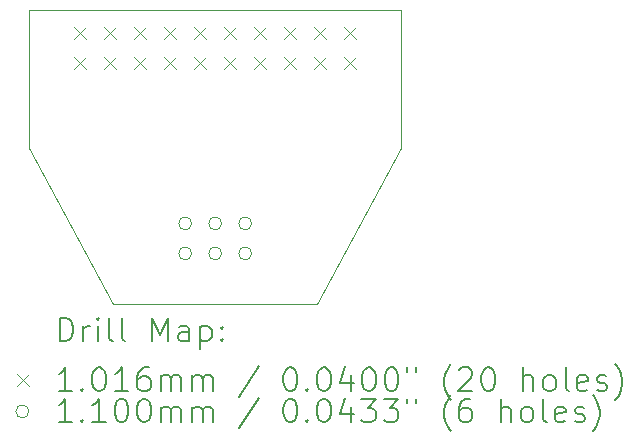
<source format=gbr>
%TF.GenerationSoftware,KiCad,Pcbnew,8.0.2-1*%
%TF.CreationDate,2024-12-21T19:47:06+01:00*%
%TF.ProjectId,ten_to_six,74656e5f-746f-45f7-9369-782e6b696361,rev?*%
%TF.SameCoordinates,Original*%
%TF.FileFunction,Drillmap*%
%TF.FilePolarity,Positive*%
%FSLAX45Y45*%
G04 Gerber Fmt 4.5, Leading zero omitted, Abs format (unit mm)*
G04 Created by KiCad (PCBNEW 8.0.2-1) date 2024-12-21 19:47:06*
%MOMM*%
%LPD*%
G01*
G04 APERTURE LIST*
%ADD10C,0.050000*%
%ADD11C,0.200000*%
%ADD12C,0.101600*%
%ADD13C,0.110000*%
G04 APERTURE END LIST*
D10*
X14097000Y-8407400D02*
X14097000Y-7239000D01*
X14097000Y-8407400D02*
X13385800Y-9728200D01*
X13385800Y-9728200D02*
X11658600Y-9728200D01*
X10947400Y-8407400D02*
X10947400Y-7239000D01*
X11658600Y-9728200D02*
X10947400Y-8407400D01*
X10947400Y-7239000D02*
X14097000Y-7239000D01*
D11*
D12*
X11328400Y-7379513D02*
X11430000Y-7481113D01*
X11430000Y-7379513D02*
X11328400Y-7481113D01*
X11328400Y-7633513D02*
X11430000Y-7735113D01*
X11430000Y-7633513D02*
X11328400Y-7735113D01*
X11582400Y-7379513D02*
X11684000Y-7481113D01*
X11684000Y-7379513D02*
X11582400Y-7481113D01*
X11582400Y-7633513D02*
X11684000Y-7735113D01*
X11684000Y-7633513D02*
X11582400Y-7735113D01*
X11836400Y-7379513D02*
X11938000Y-7481113D01*
X11938000Y-7379513D02*
X11836400Y-7481113D01*
X11836400Y-7633513D02*
X11938000Y-7735113D01*
X11938000Y-7633513D02*
X11836400Y-7735113D01*
X12090400Y-7379513D02*
X12192000Y-7481113D01*
X12192000Y-7379513D02*
X12090400Y-7481113D01*
X12090400Y-7633513D02*
X12192000Y-7735113D01*
X12192000Y-7633513D02*
X12090400Y-7735113D01*
X12344400Y-7379513D02*
X12446000Y-7481113D01*
X12446000Y-7379513D02*
X12344400Y-7481113D01*
X12344400Y-7633513D02*
X12446000Y-7735113D01*
X12446000Y-7633513D02*
X12344400Y-7735113D01*
X12598400Y-7379513D02*
X12700000Y-7481113D01*
X12700000Y-7379513D02*
X12598400Y-7481113D01*
X12598400Y-7633513D02*
X12700000Y-7735113D01*
X12700000Y-7633513D02*
X12598400Y-7735113D01*
X12852400Y-7379513D02*
X12954000Y-7481113D01*
X12954000Y-7379513D02*
X12852400Y-7481113D01*
X12852400Y-7633513D02*
X12954000Y-7735113D01*
X12954000Y-7633513D02*
X12852400Y-7735113D01*
X13106400Y-7379513D02*
X13208000Y-7481113D01*
X13208000Y-7379513D02*
X13106400Y-7481113D01*
X13106400Y-7633513D02*
X13208000Y-7735113D01*
X13208000Y-7633513D02*
X13106400Y-7735113D01*
X13360400Y-7379513D02*
X13462000Y-7481113D01*
X13462000Y-7379513D02*
X13360400Y-7481113D01*
X13360400Y-7633513D02*
X13462000Y-7735113D01*
X13462000Y-7633513D02*
X13360400Y-7735113D01*
X13614400Y-7379513D02*
X13716000Y-7481113D01*
X13716000Y-7379513D02*
X13614400Y-7481113D01*
X13614400Y-7633513D02*
X13716000Y-7735113D01*
X13716000Y-7633513D02*
X13614400Y-7735113D01*
D13*
X12323200Y-9042400D02*
G75*
G02*
X12213200Y-9042400I-55000J0D01*
G01*
X12213200Y-9042400D02*
G75*
G02*
X12323200Y-9042400I55000J0D01*
G01*
X12323200Y-9296400D02*
G75*
G02*
X12213200Y-9296400I-55000J0D01*
G01*
X12213200Y-9296400D02*
G75*
G02*
X12323200Y-9296400I55000J0D01*
G01*
X12577200Y-9042400D02*
G75*
G02*
X12467200Y-9042400I-55000J0D01*
G01*
X12467200Y-9042400D02*
G75*
G02*
X12577200Y-9042400I55000J0D01*
G01*
X12577200Y-9296400D02*
G75*
G02*
X12467200Y-9296400I-55000J0D01*
G01*
X12467200Y-9296400D02*
G75*
G02*
X12577200Y-9296400I55000J0D01*
G01*
X12831200Y-9042400D02*
G75*
G02*
X12721200Y-9042400I-55000J0D01*
G01*
X12721200Y-9042400D02*
G75*
G02*
X12831200Y-9042400I55000J0D01*
G01*
X12831200Y-9296400D02*
G75*
G02*
X12721200Y-9296400I-55000J0D01*
G01*
X12721200Y-9296400D02*
G75*
G02*
X12831200Y-9296400I55000J0D01*
G01*
D11*
X11205677Y-10042184D02*
X11205677Y-9842184D01*
X11205677Y-9842184D02*
X11253296Y-9842184D01*
X11253296Y-9842184D02*
X11281867Y-9851708D01*
X11281867Y-9851708D02*
X11300915Y-9870755D01*
X11300915Y-9870755D02*
X11310439Y-9889803D01*
X11310439Y-9889803D02*
X11319962Y-9927898D01*
X11319962Y-9927898D02*
X11319962Y-9956470D01*
X11319962Y-9956470D02*
X11310439Y-9994565D01*
X11310439Y-9994565D02*
X11300915Y-10013612D01*
X11300915Y-10013612D02*
X11281867Y-10032660D01*
X11281867Y-10032660D02*
X11253296Y-10042184D01*
X11253296Y-10042184D02*
X11205677Y-10042184D01*
X11405677Y-10042184D02*
X11405677Y-9908850D01*
X11405677Y-9946946D02*
X11415201Y-9927898D01*
X11415201Y-9927898D02*
X11424724Y-9918374D01*
X11424724Y-9918374D02*
X11443772Y-9908850D01*
X11443772Y-9908850D02*
X11462820Y-9908850D01*
X11529486Y-10042184D02*
X11529486Y-9908850D01*
X11529486Y-9842184D02*
X11519962Y-9851708D01*
X11519962Y-9851708D02*
X11529486Y-9861231D01*
X11529486Y-9861231D02*
X11539010Y-9851708D01*
X11539010Y-9851708D02*
X11529486Y-9842184D01*
X11529486Y-9842184D02*
X11529486Y-9861231D01*
X11653296Y-10042184D02*
X11634248Y-10032660D01*
X11634248Y-10032660D02*
X11624724Y-10013612D01*
X11624724Y-10013612D02*
X11624724Y-9842184D01*
X11758058Y-10042184D02*
X11739010Y-10032660D01*
X11739010Y-10032660D02*
X11729486Y-10013612D01*
X11729486Y-10013612D02*
X11729486Y-9842184D01*
X11986629Y-10042184D02*
X11986629Y-9842184D01*
X11986629Y-9842184D02*
X12053296Y-9985041D01*
X12053296Y-9985041D02*
X12119962Y-9842184D01*
X12119962Y-9842184D02*
X12119962Y-10042184D01*
X12300915Y-10042184D02*
X12300915Y-9937422D01*
X12300915Y-9937422D02*
X12291391Y-9918374D01*
X12291391Y-9918374D02*
X12272343Y-9908850D01*
X12272343Y-9908850D02*
X12234248Y-9908850D01*
X12234248Y-9908850D02*
X12215201Y-9918374D01*
X12300915Y-10032660D02*
X12281867Y-10042184D01*
X12281867Y-10042184D02*
X12234248Y-10042184D01*
X12234248Y-10042184D02*
X12215201Y-10032660D01*
X12215201Y-10032660D02*
X12205677Y-10013612D01*
X12205677Y-10013612D02*
X12205677Y-9994565D01*
X12205677Y-9994565D02*
X12215201Y-9975517D01*
X12215201Y-9975517D02*
X12234248Y-9965993D01*
X12234248Y-9965993D02*
X12281867Y-9965993D01*
X12281867Y-9965993D02*
X12300915Y-9956470D01*
X12396153Y-9908850D02*
X12396153Y-10108850D01*
X12396153Y-9918374D02*
X12415201Y-9908850D01*
X12415201Y-9908850D02*
X12453296Y-9908850D01*
X12453296Y-9908850D02*
X12472343Y-9918374D01*
X12472343Y-9918374D02*
X12481867Y-9927898D01*
X12481867Y-9927898D02*
X12491391Y-9946946D01*
X12491391Y-9946946D02*
X12491391Y-10004089D01*
X12491391Y-10004089D02*
X12481867Y-10023136D01*
X12481867Y-10023136D02*
X12472343Y-10032660D01*
X12472343Y-10032660D02*
X12453296Y-10042184D01*
X12453296Y-10042184D02*
X12415201Y-10042184D01*
X12415201Y-10042184D02*
X12396153Y-10032660D01*
X12577105Y-10023136D02*
X12586629Y-10032660D01*
X12586629Y-10032660D02*
X12577105Y-10042184D01*
X12577105Y-10042184D02*
X12567582Y-10032660D01*
X12567582Y-10032660D02*
X12577105Y-10023136D01*
X12577105Y-10023136D02*
X12577105Y-10042184D01*
X12577105Y-9918374D02*
X12586629Y-9927898D01*
X12586629Y-9927898D02*
X12577105Y-9937422D01*
X12577105Y-9937422D02*
X12567582Y-9927898D01*
X12567582Y-9927898D02*
X12577105Y-9918374D01*
X12577105Y-9918374D02*
X12577105Y-9937422D01*
D12*
X10843300Y-10319900D02*
X10944900Y-10421500D01*
X10944900Y-10319900D02*
X10843300Y-10421500D01*
D11*
X11310439Y-10462184D02*
X11196153Y-10462184D01*
X11253296Y-10462184D02*
X11253296Y-10262184D01*
X11253296Y-10262184D02*
X11234248Y-10290755D01*
X11234248Y-10290755D02*
X11215201Y-10309803D01*
X11215201Y-10309803D02*
X11196153Y-10319327D01*
X11396153Y-10443136D02*
X11405677Y-10452660D01*
X11405677Y-10452660D02*
X11396153Y-10462184D01*
X11396153Y-10462184D02*
X11386629Y-10452660D01*
X11386629Y-10452660D02*
X11396153Y-10443136D01*
X11396153Y-10443136D02*
X11396153Y-10462184D01*
X11529486Y-10262184D02*
X11548534Y-10262184D01*
X11548534Y-10262184D02*
X11567582Y-10271708D01*
X11567582Y-10271708D02*
X11577105Y-10281231D01*
X11577105Y-10281231D02*
X11586629Y-10300279D01*
X11586629Y-10300279D02*
X11596153Y-10338374D01*
X11596153Y-10338374D02*
X11596153Y-10385993D01*
X11596153Y-10385993D02*
X11586629Y-10424089D01*
X11586629Y-10424089D02*
X11577105Y-10443136D01*
X11577105Y-10443136D02*
X11567582Y-10452660D01*
X11567582Y-10452660D02*
X11548534Y-10462184D01*
X11548534Y-10462184D02*
X11529486Y-10462184D01*
X11529486Y-10462184D02*
X11510439Y-10452660D01*
X11510439Y-10452660D02*
X11500915Y-10443136D01*
X11500915Y-10443136D02*
X11491391Y-10424089D01*
X11491391Y-10424089D02*
X11481867Y-10385993D01*
X11481867Y-10385993D02*
X11481867Y-10338374D01*
X11481867Y-10338374D02*
X11491391Y-10300279D01*
X11491391Y-10300279D02*
X11500915Y-10281231D01*
X11500915Y-10281231D02*
X11510439Y-10271708D01*
X11510439Y-10271708D02*
X11529486Y-10262184D01*
X11786629Y-10462184D02*
X11672343Y-10462184D01*
X11729486Y-10462184D02*
X11729486Y-10262184D01*
X11729486Y-10262184D02*
X11710439Y-10290755D01*
X11710439Y-10290755D02*
X11691391Y-10309803D01*
X11691391Y-10309803D02*
X11672343Y-10319327D01*
X11958058Y-10262184D02*
X11919962Y-10262184D01*
X11919962Y-10262184D02*
X11900915Y-10271708D01*
X11900915Y-10271708D02*
X11891391Y-10281231D01*
X11891391Y-10281231D02*
X11872343Y-10309803D01*
X11872343Y-10309803D02*
X11862820Y-10347898D01*
X11862820Y-10347898D02*
X11862820Y-10424089D01*
X11862820Y-10424089D02*
X11872343Y-10443136D01*
X11872343Y-10443136D02*
X11881867Y-10452660D01*
X11881867Y-10452660D02*
X11900915Y-10462184D01*
X11900915Y-10462184D02*
X11939010Y-10462184D01*
X11939010Y-10462184D02*
X11958058Y-10452660D01*
X11958058Y-10452660D02*
X11967582Y-10443136D01*
X11967582Y-10443136D02*
X11977105Y-10424089D01*
X11977105Y-10424089D02*
X11977105Y-10376470D01*
X11977105Y-10376470D02*
X11967582Y-10357422D01*
X11967582Y-10357422D02*
X11958058Y-10347898D01*
X11958058Y-10347898D02*
X11939010Y-10338374D01*
X11939010Y-10338374D02*
X11900915Y-10338374D01*
X11900915Y-10338374D02*
X11881867Y-10347898D01*
X11881867Y-10347898D02*
X11872343Y-10357422D01*
X11872343Y-10357422D02*
X11862820Y-10376470D01*
X12062820Y-10462184D02*
X12062820Y-10328850D01*
X12062820Y-10347898D02*
X12072343Y-10338374D01*
X12072343Y-10338374D02*
X12091391Y-10328850D01*
X12091391Y-10328850D02*
X12119963Y-10328850D01*
X12119963Y-10328850D02*
X12139010Y-10338374D01*
X12139010Y-10338374D02*
X12148534Y-10357422D01*
X12148534Y-10357422D02*
X12148534Y-10462184D01*
X12148534Y-10357422D02*
X12158058Y-10338374D01*
X12158058Y-10338374D02*
X12177105Y-10328850D01*
X12177105Y-10328850D02*
X12205677Y-10328850D01*
X12205677Y-10328850D02*
X12224724Y-10338374D01*
X12224724Y-10338374D02*
X12234248Y-10357422D01*
X12234248Y-10357422D02*
X12234248Y-10462184D01*
X12329486Y-10462184D02*
X12329486Y-10328850D01*
X12329486Y-10347898D02*
X12339010Y-10338374D01*
X12339010Y-10338374D02*
X12358058Y-10328850D01*
X12358058Y-10328850D02*
X12386629Y-10328850D01*
X12386629Y-10328850D02*
X12405677Y-10338374D01*
X12405677Y-10338374D02*
X12415201Y-10357422D01*
X12415201Y-10357422D02*
X12415201Y-10462184D01*
X12415201Y-10357422D02*
X12424724Y-10338374D01*
X12424724Y-10338374D02*
X12443772Y-10328850D01*
X12443772Y-10328850D02*
X12472343Y-10328850D01*
X12472343Y-10328850D02*
X12491391Y-10338374D01*
X12491391Y-10338374D02*
X12500915Y-10357422D01*
X12500915Y-10357422D02*
X12500915Y-10462184D01*
X12891391Y-10252660D02*
X12719963Y-10509803D01*
X13148534Y-10262184D02*
X13167582Y-10262184D01*
X13167582Y-10262184D02*
X13186629Y-10271708D01*
X13186629Y-10271708D02*
X13196153Y-10281231D01*
X13196153Y-10281231D02*
X13205677Y-10300279D01*
X13205677Y-10300279D02*
X13215201Y-10338374D01*
X13215201Y-10338374D02*
X13215201Y-10385993D01*
X13215201Y-10385993D02*
X13205677Y-10424089D01*
X13205677Y-10424089D02*
X13196153Y-10443136D01*
X13196153Y-10443136D02*
X13186629Y-10452660D01*
X13186629Y-10452660D02*
X13167582Y-10462184D01*
X13167582Y-10462184D02*
X13148534Y-10462184D01*
X13148534Y-10462184D02*
X13129486Y-10452660D01*
X13129486Y-10452660D02*
X13119963Y-10443136D01*
X13119963Y-10443136D02*
X13110439Y-10424089D01*
X13110439Y-10424089D02*
X13100915Y-10385993D01*
X13100915Y-10385993D02*
X13100915Y-10338374D01*
X13100915Y-10338374D02*
X13110439Y-10300279D01*
X13110439Y-10300279D02*
X13119963Y-10281231D01*
X13119963Y-10281231D02*
X13129486Y-10271708D01*
X13129486Y-10271708D02*
X13148534Y-10262184D01*
X13300915Y-10443136D02*
X13310439Y-10452660D01*
X13310439Y-10452660D02*
X13300915Y-10462184D01*
X13300915Y-10462184D02*
X13291391Y-10452660D01*
X13291391Y-10452660D02*
X13300915Y-10443136D01*
X13300915Y-10443136D02*
X13300915Y-10462184D01*
X13434248Y-10262184D02*
X13453296Y-10262184D01*
X13453296Y-10262184D02*
X13472344Y-10271708D01*
X13472344Y-10271708D02*
X13481867Y-10281231D01*
X13481867Y-10281231D02*
X13491391Y-10300279D01*
X13491391Y-10300279D02*
X13500915Y-10338374D01*
X13500915Y-10338374D02*
X13500915Y-10385993D01*
X13500915Y-10385993D02*
X13491391Y-10424089D01*
X13491391Y-10424089D02*
X13481867Y-10443136D01*
X13481867Y-10443136D02*
X13472344Y-10452660D01*
X13472344Y-10452660D02*
X13453296Y-10462184D01*
X13453296Y-10462184D02*
X13434248Y-10462184D01*
X13434248Y-10462184D02*
X13415201Y-10452660D01*
X13415201Y-10452660D02*
X13405677Y-10443136D01*
X13405677Y-10443136D02*
X13396153Y-10424089D01*
X13396153Y-10424089D02*
X13386629Y-10385993D01*
X13386629Y-10385993D02*
X13386629Y-10338374D01*
X13386629Y-10338374D02*
X13396153Y-10300279D01*
X13396153Y-10300279D02*
X13405677Y-10281231D01*
X13405677Y-10281231D02*
X13415201Y-10271708D01*
X13415201Y-10271708D02*
X13434248Y-10262184D01*
X13672344Y-10328850D02*
X13672344Y-10462184D01*
X13624725Y-10252660D02*
X13577106Y-10395517D01*
X13577106Y-10395517D02*
X13700915Y-10395517D01*
X13815201Y-10262184D02*
X13834248Y-10262184D01*
X13834248Y-10262184D02*
X13853296Y-10271708D01*
X13853296Y-10271708D02*
X13862820Y-10281231D01*
X13862820Y-10281231D02*
X13872344Y-10300279D01*
X13872344Y-10300279D02*
X13881867Y-10338374D01*
X13881867Y-10338374D02*
X13881867Y-10385993D01*
X13881867Y-10385993D02*
X13872344Y-10424089D01*
X13872344Y-10424089D02*
X13862820Y-10443136D01*
X13862820Y-10443136D02*
X13853296Y-10452660D01*
X13853296Y-10452660D02*
X13834248Y-10462184D01*
X13834248Y-10462184D02*
X13815201Y-10462184D01*
X13815201Y-10462184D02*
X13796153Y-10452660D01*
X13796153Y-10452660D02*
X13786629Y-10443136D01*
X13786629Y-10443136D02*
X13777106Y-10424089D01*
X13777106Y-10424089D02*
X13767582Y-10385993D01*
X13767582Y-10385993D02*
X13767582Y-10338374D01*
X13767582Y-10338374D02*
X13777106Y-10300279D01*
X13777106Y-10300279D02*
X13786629Y-10281231D01*
X13786629Y-10281231D02*
X13796153Y-10271708D01*
X13796153Y-10271708D02*
X13815201Y-10262184D01*
X14005677Y-10262184D02*
X14024725Y-10262184D01*
X14024725Y-10262184D02*
X14043772Y-10271708D01*
X14043772Y-10271708D02*
X14053296Y-10281231D01*
X14053296Y-10281231D02*
X14062820Y-10300279D01*
X14062820Y-10300279D02*
X14072344Y-10338374D01*
X14072344Y-10338374D02*
X14072344Y-10385993D01*
X14072344Y-10385993D02*
X14062820Y-10424089D01*
X14062820Y-10424089D02*
X14053296Y-10443136D01*
X14053296Y-10443136D02*
X14043772Y-10452660D01*
X14043772Y-10452660D02*
X14024725Y-10462184D01*
X14024725Y-10462184D02*
X14005677Y-10462184D01*
X14005677Y-10462184D02*
X13986629Y-10452660D01*
X13986629Y-10452660D02*
X13977106Y-10443136D01*
X13977106Y-10443136D02*
X13967582Y-10424089D01*
X13967582Y-10424089D02*
X13958058Y-10385993D01*
X13958058Y-10385993D02*
X13958058Y-10338374D01*
X13958058Y-10338374D02*
X13967582Y-10300279D01*
X13967582Y-10300279D02*
X13977106Y-10281231D01*
X13977106Y-10281231D02*
X13986629Y-10271708D01*
X13986629Y-10271708D02*
X14005677Y-10262184D01*
X14148534Y-10262184D02*
X14148534Y-10300279D01*
X14224725Y-10262184D02*
X14224725Y-10300279D01*
X14519963Y-10538374D02*
X14510439Y-10528850D01*
X14510439Y-10528850D02*
X14491391Y-10500279D01*
X14491391Y-10500279D02*
X14481868Y-10481231D01*
X14481868Y-10481231D02*
X14472344Y-10452660D01*
X14472344Y-10452660D02*
X14462820Y-10405041D01*
X14462820Y-10405041D02*
X14462820Y-10366946D01*
X14462820Y-10366946D02*
X14472344Y-10319327D01*
X14472344Y-10319327D02*
X14481868Y-10290755D01*
X14481868Y-10290755D02*
X14491391Y-10271708D01*
X14491391Y-10271708D02*
X14510439Y-10243136D01*
X14510439Y-10243136D02*
X14519963Y-10233612D01*
X14586629Y-10281231D02*
X14596153Y-10271708D01*
X14596153Y-10271708D02*
X14615201Y-10262184D01*
X14615201Y-10262184D02*
X14662820Y-10262184D01*
X14662820Y-10262184D02*
X14681868Y-10271708D01*
X14681868Y-10271708D02*
X14691391Y-10281231D01*
X14691391Y-10281231D02*
X14700915Y-10300279D01*
X14700915Y-10300279D02*
X14700915Y-10319327D01*
X14700915Y-10319327D02*
X14691391Y-10347898D01*
X14691391Y-10347898D02*
X14577106Y-10462184D01*
X14577106Y-10462184D02*
X14700915Y-10462184D01*
X14824725Y-10262184D02*
X14843772Y-10262184D01*
X14843772Y-10262184D02*
X14862820Y-10271708D01*
X14862820Y-10271708D02*
X14872344Y-10281231D01*
X14872344Y-10281231D02*
X14881868Y-10300279D01*
X14881868Y-10300279D02*
X14891391Y-10338374D01*
X14891391Y-10338374D02*
X14891391Y-10385993D01*
X14891391Y-10385993D02*
X14881868Y-10424089D01*
X14881868Y-10424089D02*
X14872344Y-10443136D01*
X14872344Y-10443136D02*
X14862820Y-10452660D01*
X14862820Y-10452660D02*
X14843772Y-10462184D01*
X14843772Y-10462184D02*
X14824725Y-10462184D01*
X14824725Y-10462184D02*
X14805677Y-10452660D01*
X14805677Y-10452660D02*
X14796153Y-10443136D01*
X14796153Y-10443136D02*
X14786629Y-10424089D01*
X14786629Y-10424089D02*
X14777106Y-10385993D01*
X14777106Y-10385993D02*
X14777106Y-10338374D01*
X14777106Y-10338374D02*
X14786629Y-10300279D01*
X14786629Y-10300279D02*
X14796153Y-10281231D01*
X14796153Y-10281231D02*
X14805677Y-10271708D01*
X14805677Y-10271708D02*
X14824725Y-10262184D01*
X15129487Y-10462184D02*
X15129487Y-10262184D01*
X15215201Y-10462184D02*
X15215201Y-10357422D01*
X15215201Y-10357422D02*
X15205677Y-10338374D01*
X15205677Y-10338374D02*
X15186630Y-10328850D01*
X15186630Y-10328850D02*
X15158058Y-10328850D01*
X15158058Y-10328850D02*
X15139010Y-10338374D01*
X15139010Y-10338374D02*
X15129487Y-10347898D01*
X15339010Y-10462184D02*
X15319963Y-10452660D01*
X15319963Y-10452660D02*
X15310439Y-10443136D01*
X15310439Y-10443136D02*
X15300915Y-10424089D01*
X15300915Y-10424089D02*
X15300915Y-10366946D01*
X15300915Y-10366946D02*
X15310439Y-10347898D01*
X15310439Y-10347898D02*
X15319963Y-10338374D01*
X15319963Y-10338374D02*
X15339010Y-10328850D01*
X15339010Y-10328850D02*
X15367582Y-10328850D01*
X15367582Y-10328850D02*
X15386630Y-10338374D01*
X15386630Y-10338374D02*
X15396153Y-10347898D01*
X15396153Y-10347898D02*
X15405677Y-10366946D01*
X15405677Y-10366946D02*
X15405677Y-10424089D01*
X15405677Y-10424089D02*
X15396153Y-10443136D01*
X15396153Y-10443136D02*
X15386630Y-10452660D01*
X15386630Y-10452660D02*
X15367582Y-10462184D01*
X15367582Y-10462184D02*
X15339010Y-10462184D01*
X15519963Y-10462184D02*
X15500915Y-10452660D01*
X15500915Y-10452660D02*
X15491391Y-10433612D01*
X15491391Y-10433612D02*
X15491391Y-10262184D01*
X15672344Y-10452660D02*
X15653296Y-10462184D01*
X15653296Y-10462184D02*
X15615201Y-10462184D01*
X15615201Y-10462184D02*
X15596153Y-10452660D01*
X15596153Y-10452660D02*
X15586630Y-10433612D01*
X15586630Y-10433612D02*
X15586630Y-10357422D01*
X15586630Y-10357422D02*
X15596153Y-10338374D01*
X15596153Y-10338374D02*
X15615201Y-10328850D01*
X15615201Y-10328850D02*
X15653296Y-10328850D01*
X15653296Y-10328850D02*
X15672344Y-10338374D01*
X15672344Y-10338374D02*
X15681868Y-10357422D01*
X15681868Y-10357422D02*
X15681868Y-10376470D01*
X15681868Y-10376470D02*
X15586630Y-10395517D01*
X15758058Y-10452660D02*
X15777106Y-10462184D01*
X15777106Y-10462184D02*
X15815201Y-10462184D01*
X15815201Y-10462184D02*
X15834249Y-10452660D01*
X15834249Y-10452660D02*
X15843772Y-10433612D01*
X15843772Y-10433612D02*
X15843772Y-10424089D01*
X15843772Y-10424089D02*
X15834249Y-10405041D01*
X15834249Y-10405041D02*
X15815201Y-10395517D01*
X15815201Y-10395517D02*
X15786630Y-10395517D01*
X15786630Y-10395517D02*
X15767582Y-10385993D01*
X15767582Y-10385993D02*
X15758058Y-10366946D01*
X15758058Y-10366946D02*
X15758058Y-10357422D01*
X15758058Y-10357422D02*
X15767582Y-10338374D01*
X15767582Y-10338374D02*
X15786630Y-10328850D01*
X15786630Y-10328850D02*
X15815201Y-10328850D01*
X15815201Y-10328850D02*
X15834249Y-10338374D01*
X15910439Y-10538374D02*
X15919963Y-10528850D01*
X15919963Y-10528850D02*
X15939011Y-10500279D01*
X15939011Y-10500279D02*
X15948534Y-10481231D01*
X15948534Y-10481231D02*
X15958058Y-10452660D01*
X15958058Y-10452660D02*
X15967582Y-10405041D01*
X15967582Y-10405041D02*
X15967582Y-10366946D01*
X15967582Y-10366946D02*
X15958058Y-10319327D01*
X15958058Y-10319327D02*
X15948534Y-10290755D01*
X15948534Y-10290755D02*
X15939011Y-10271708D01*
X15939011Y-10271708D02*
X15919963Y-10243136D01*
X15919963Y-10243136D02*
X15910439Y-10233612D01*
D13*
X10944900Y-10634700D02*
G75*
G02*
X10834900Y-10634700I-55000J0D01*
G01*
X10834900Y-10634700D02*
G75*
G02*
X10944900Y-10634700I55000J0D01*
G01*
D11*
X11310439Y-10726184D02*
X11196153Y-10726184D01*
X11253296Y-10726184D02*
X11253296Y-10526184D01*
X11253296Y-10526184D02*
X11234248Y-10554755D01*
X11234248Y-10554755D02*
X11215201Y-10573803D01*
X11215201Y-10573803D02*
X11196153Y-10583327D01*
X11396153Y-10707136D02*
X11405677Y-10716660D01*
X11405677Y-10716660D02*
X11396153Y-10726184D01*
X11396153Y-10726184D02*
X11386629Y-10716660D01*
X11386629Y-10716660D02*
X11396153Y-10707136D01*
X11396153Y-10707136D02*
X11396153Y-10726184D01*
X11596153Y-10726184D02*
X11481867Y-10726184D01*
X11539010Y-10726184D02*
X11539010Y-10526184D01*
X11539010Y-10526184D02*
X11519962Y-10554755D01*
X11519962Y-10554755D02*
X11500915Y-10573803D01*
X11500915Y-10573803D02*
X11481867Y-10583327D01*
X11719962Y-10526184D02*
X11739010Y-10526184D01*
X11739010Y-10526184D02*
X11758058Y-10535708D01*
X11758058Y-10535708D02*
X11767582Y-10545231D01*
X11767582Y-10545231D02*
X11777105Y-10564279D01*
X11777105Y-10564279D02*
X11786629Y-10602374D01*
X11786629Y-10602374D02*
X11786629Y-10649993D01*
X11786629Y-10649993D02*
X11777105Y-10688089D01*
X11777105Y-10688089D02*
X11767582Y-10707136D01*
X11767582Y-10707136D02*
X11758058Y-10716660D01*
X11758058Y-10716660D02*
X11739010Y-10726184D01*
X11739010Y-10726184D02*
X11719962Y-10726184D01*
X11719962Y-10726184D02*
X11700915Y-10716660D01*
X11700915Y-10716660D02*
X11691391Y-10707136D01*
X11691391Y-10707136D02*
X11681867Y-10688089D01*
X11681867Y-10688089D02*
X11672343Y-10649993D01*
X11672343Y-10649993D02*
X11672343Y-10602374D01*
X11672343Y-10602374D02*
X11681867Y-10564279D01*
X11681867Y-10564279D02*
X11691391Y-10545231D01*
X11691391Y-10545231D02*
X11700915Y-10535708D01*
X11700915Y-10535708D02*
X11719962Y-10526184D01*
X11910439Y-10526184D02*
X11929486Y-10526184D01*
X11929486Y-10526184D02*
X11948534Y-10535708D01*
X11948534Y-10535708D02*
X11958058Y-10545231D01*
X11958058Y-10545231D02*
X11967582Y-10564279D01*
X11967582Y-10564279D02*
X11977105Y-10602374D01*
X11977105Y-10602374D02*
X11977105Y-10649993D01*
X11977105Y-10649993D02*
X11967582Y-10688089D01*
X11967582Y-10688089D02*
X11958058Y-10707136D01*
X11958058Y-10707136D02*
X11948534Y-10716660D01*
X11948534Y-10716660D02*
X11929486Y-10726184D01*
X11929486Y-10726184D02*
X11910439Y-10726184D01*
X11910439Y-10726184D02*
X11891391Y-10716660D01*
X11891391Y-10716660D02*
X11881867Y-10707136D01*
X11881867Y-10707136D02*
X11872343Y-10688089D01*
X11872343Y-10688089D02*
X11862820Y-10649993D01*
X11862820Y-10649993D02*
X11862820Y-10602374D01*
X11862820Y-10602374D02*
X11872343Y-10564279D01*
X11872343Y-10564279D02*
X11881867Y-10545231D01*
X11881867Y-10545231D02*
X11891391Y-10535708D01*
X11891391Y-10535708D02*
X11910439Y-10526184D01*
X12062820Y-10726184D02*
X12062820Y-10592850D01*
X12062820Y-10611898D02*
X12072343Y-10602374D01*
X12072343Y-10602374D02*
X12091391Y-10592850D01*
X12091391Y-10592850D02*
X12119963Y-10592850D01*
X12119963Y-10592850D02*
X12139010Y-10602374D01*
X12139010Y-10602374D02*
X12148534Y-10621422D01*
X12148534Y-10621422D02*
X12148534Y-10726184D01*
X12148534Y-10621422D02*
X12158058Y-10602374D01*
X12158058Y-10602374D02*
X12177105Y-10592850D01*
X12177105Y-10592850D02*
X12205677Y-10592850D01*
X12205677Y-10592850D02*
X12224724Y-10602374D01*
X12224724Y-10602374D02*
X12234248Y-10621422D01*
X12234248Y-10621422D02*
X12234248Y-10726184D01*
X12329486Y-10726184D02*
X12329486Y-10592850D01*
X12329486Y-10611898D02*
X12339010Y-10602374D01*
X12339010Y-10602374D02*
X12358058Y-10592850D01*
X12358058Y-10592850D02*
X12386629Y-10592850D01*
X12386629Y-10592850D02*
X12405677Y-10602374D01*
X12405677Y-10602374D02*
X12415201Y-10621422D01*
X12415201Y-10621422D02*
X12415201Y-10726184D01*
X12415201Y-10621422D02*
X12424724Y-10602374D01*
X12424724Y-10602374D02*
X12443772Y-10592850D01*
X12443772Y-10592850D02*
X12472343Y-10592850D01*
X12472343Y-10592850D02*
X12491391Y-10602374D01*
X12491391Y-10602374D02*
X12500915Y-10621422D01*
X12500915Y-10621422D02*
X12500915Y-10726184D01*
X12891391Y-10516660D02*
X12719963Y-10773803D01*
X13148534Y-10526184D02*
X13167582Y-10526184D01*
X13167582Y-10526184D02*
X13186629Y-10535708D01*
X13186629Y-10535708D02*
X13196153Y-10545231D01*
X13196153Y-10545231D02*
X13205677Y-10564279D01*
X13205677Y-10564279D02*
X13215201Y-10602374D01*
X13215201Y-10602374D02*
X13215201Y-10649993D01*
X13215201Y-10649993D02*
X13205677Y-10688089D01*
X13205677Y-10688089D02*
X13196153Y-10707136D01*
X13196153Y-10707136D02*
X13186629Y-10716660D01*
X13186629Y-10716660D02*
X13167582Y-10726184D01*
X13167582Y-10726184D02*
X13148534Y-10726184D01*
X13148534Y-10726184D02*
X13129486Y-10716660D01*
X13129486Y-10716660D02*
X13119963Y-10707136D01*
X13119963Y-10707136D02*
X13110439Y-10688089D01*
X13110439Y-10688089D02*
X13100915Y-10649993D01*
X13100915Y-10649993D02*
X13100915Y-10602374D01*
X13100915Y-10602374D02*
X13110439Y-10564279D01*
X13110439Y-10564279D02*
X13119963Y-10545231D01*
X13119963Y-10545231D02*
X13129486Y-10535708D01*
X13129486Y-10535708D02*
X13148534Y-10526184D01*
X13300915Y-10707136D02*
X13310439Y-10716660D01*
X13310439Y-10716660D02*
X13300915Y-10726184D01*
X13300915Y-10726184D02*
X13291391Y-10716660D01*
X13291391Y-10716660D02*
X13300915Y-10707136D01*
X13300915Y-10707136D02*
X13300915Y-10726184D01*
X13434248Y-10526184D02*
X13453296Y-10526184D01*
X13453296Y-10526184D02*
X13472344Y-10535708D01*
X13472344Y-10535708D02*
X13481867Y-10545231D01*
X13481867Y-10545231D02*
X13491391Y-10564279D01*
X13491391Y-10564279D02*
X13500915Y-10602374D01*
X13500915Y-10602374D02*
X13500915Y-10649993D01*
X13500915Y-10649993D02*
X13491391Y-10688089D01*
X13491391Y-10688089D02*
X13481867Y-10707136D01*
X13481867Y-10707136D02*
X13472344Y-10716660D01*
X13472344Y-10716660D02*
X13453296Y-10726184D01*
X13453296Y-10726184D02*
X13434248Y-10726184D01*
X13434248Y-10726184D02*
X13415201Y-10716660D01*
X13415201Y-10716660D02*
X13405677Y-10707136D01*
X13405677Y-10707136D02*
X13396153Y-10688089D01*
X13396153Y-10688089D02*
X13386629Y-10649993D01*
X13386629Y-10649993D02*
X13386629Y-10602374D01*
X13386629Y-10602374D02*
X13396153Y-10564279D01*
X13396153Y-10564279D02*
X13405677Y-10545231D01*
X13405677Y-10545231D02*
X13415201Y-10535708D01*
X13415201Y-10535708D02*
X13434248Y-10526184D01*
X13672344Y-10592850D02*
X13672344Y-10726184D01*
X13624725Y-10516660D02*
X13577106Y-10659517D01*
X13577106Y-10659517D02*
X13700915Y-10659517D01*
X13758058Y-10526184D02*
X13881867Y-10526184D01*
X13881867Y-10526184D02*
X13815201Y-10602374D01*
X13815201Y-10602374D02*
X13843772Y-10602374D01*
X13843772Y-10602374D02*
X13862820Y-10611898D01*
X13862820Y-10611898D02*
X13872344Y-10621422D01*
X13872344Y-10621422D02*
X13881867Y-10640470D01*
X13881867Y-10640470D02*
X13881867Y-10688089D01*
X13881867Y-10688089D02*
X13872344Y-10707136D01*
X13872344Y-10707136D02*
X13862820Y-10716660D01*
X13862820Y-10716660D02*
X13843772Y-10726184D01*
X13843772Y-10726184D02*
X13786629Y-10726184D01*
X13786629Y-10726184D02*
X13767582Y-10716660D01*
X13767582Y-10716660D02*
X13758058Y-10707136D01*
X13948534Y-10526184D02*
X14072344Y-10526184D01*
X14072344Y-10526184D02*
X14005677Y-10602374D01*
X14005677Y-10602374D02*
X14034248Y-10602374D01*
X14034248Y-10602374D02*
X14053296Y-10611898D01*
X14053296Y-10611898D02*
X14062820Y-10621422D01*
X14062820Y-10621422D02*
X14072344Y-10640470D01*
X14072344Y-10640470D02*
X14072344Y-10688089D01*
X14072344Y-10688089D02*
X14062820Y-10707136D01*
X14062820Y-10707136D02*
X14053296Y-10716660D01*
X14053296Y-10716660D02*
X14034248Y-10726184D01*
X14034248Y-10726184D02*
X13977106Y-10726184D01*
X13977106Y-10726184D02*
X13958058Y-10716660D01*
X13958058Y-10716660D02*
X13948534Y-10707136D01*
X14148534Y-10526184D02*
X14148534Y-10564279D01*
X14224725Y-10526184D02*
X14224725Y-10564279D01*
X14519963Y-10802374D02*
X14510439Y-10792850D01*
X14510439Y-10792850D02*
X14491391Y-10764279D01*
X14491391Y-10764279D02*
X14481868Y-10745231D01*
X14481868Y-10745231D02*
X14472344Y-10716660D01*
X14472344Y-10716660D02*
X14462820Y-10669041D01*
X14462820Y-10669041D02*
X14462820Y-10630946D01*
X14462820Y-10630946D02*
X14472344Y-10583327D01*
X14472344Y-10583327D02*
X14481868Y-10554755D01*
X14481868Y-10554755D02*
X14491391Y-10535708D01*
X14491391Y-10535708D02*
X14510439Y-10507136D01*
X14510439Y-10507136D02*
X14519963Y-10497612D01*
X14681868Y-10526184D02*
X14643772Y-10526184D01*
X14643772Y-10526184D02*
X14624725Y-10535708D01*
X14624725Y-10535708D02*
X14615201Y-10545231D01*
X14615201Y-10545231D02*
X14596153Y-10573803D01*
X14596153Y-10573803D02*
X14586629Y-10611898D01*
X14586629Y-10611898D02*
X14586629Y-10688089D01*
X14586629Y-10688089D02*
X14596153Y-10707136D01*
X14596153Y-10707136D02*
X14605677Y-10716660D01*
X14605677Y-10716660D02*
X14624725Y-10726184D01*
X14624725Y-10726184D02*
X14662820Y-10726184D01*
X14662820Y-10726184D02*
X14681868Y-10716660D01*
X14681868Y-10716660D02*
X14691391Y-10707136D01*
X14691391Y-10707136D02*
X14700915Y-10688089D01*
X14700915Y-10688089D02*
X14700915Y-10640470D01*
X14700915Y-10640470D02*
X14691391Y-10621422D01*
X14691391Y-10621422D02*
X14681868Y-10611898D01*
X14681868Y-10611898D02*
X14662820Y-10602374D01*
X14662820Y-10602374D02*
X14624725Y-10602374D01*
X14624725Y-10602374D02*
X14605677Y-10611898D01*
X14605677Y-10611898D02*
X14596153Y-10621422D01*
X14596153Y-10621422D02*
X14586629Y-10640470D01*
X14939010Y-10726184D02*
X14939010Y-10526184D01*
X15024725Y-10726184D02*
X15024725Y-10621422D01*
X15024725Y-10621422D02*
X15015201Y-10602374D01*
X15015201Y-10602374D02*
X14996153Y-10592850D01*
X14996153Y-10592850D02*
X14967582Y-10592850D01*
X14967582Y-10592850D02*
X14948534Y-10602374D01*
X14948534Y-10602374D02*
X14939010Y-10611898D01*
X15148534Y-10726184D02*
X15129487Y-10716660D01*
X15129487Y-10716660D02*
X15119963Y-10707136D01*
X15119963Y-10707136D02*
X15110439Y-10688089D01*
X15110439Y-10688089D02*
X15110439Y-10630946D01*
X15110439Y-10630946D02*
X15119963Y-10611898D01*
X15119963Y-10611898D02*
X15129487Y-10602374D01*
X15129487Y-10602374D02*
X15148534Y-10592850D01*
X15148534Y-10592850D02*
X15177106Y-10592850D01*
X15177106Y-10592850D02*
X15196153Y-10602374D01*
X15196153Y-10602374D02*
X15205677Y-10611898D01*
X15205677Y-10611898D02*
X15215201Y-10630946D01*
X15215201Y-10630946D02*
X15215201Y-10688089D01*
X15215201Y-10688089D02*
X15205677Y-10707136D01*
X15205677Y-10707136D02*
X15196153Y-10716660D01*
X15196153Y-10716660D02*
X15177106Y-10726184D01*
X15177106Y-10726184D02*
X15148534Y-10726184D01*
X15329487Y-10726184D02*
X15310439Y-10716660D01*
X15310439Y-10716660D02*
X15300915Y-10697612D01*
X15300915Y-10697612D02*
X15300915Y-10526184D01*
X15481868Y-10716660D02*
X15462820Y-10726184D01*
X15462820Y-10726184D02*
X15424725Y-10726184D01*
X15424725Y-10726184D02*
X15405677Y-10716660D01*
X15405677Y-10716660D02*
X15396153Y-10697612D01*
X15396153Y-10697612D02*
X15396153Y-10621422D01*
X15396153Y-10621422D02*
X15405677Y-10602374D01*
X15405677Y-10602374D02*
X15424725Y-10592850D01*
X15424725Y-10592850D02*
X15462820Y-10592850D01*
X15462820Y-10592850D02*
X15481868Y-10602374D01*
X15481868Y-10602374D02*
X15491391Y-10621422D01*
X15491391Y-10621422D02*
X15491391Y-10640470D01*
X15491391Y-10640470D02*
X15396153Y-10659517D01*
X15567582Y-10716660D02*
X15586630Y-10726184D01*
X15586630Y-10726184D02*
X15624725Y-10726184D01*
X15624725Y-10726184D02*
X15643772Y-10716660D01*
X15643772Y-10716660D02*
X15653296Y-10697612D01*
X15653296Y-10697612D02*
X15653296Y-10688089D01*
X15653296Y-10688089D02*
X15643772Y-10669041D01*
X15643772Y-10669041D02*
X15624725Y-10659517D01*
X15624725Y-10659517D02*
X15596153Y-10659517D01*
X15596153Y-10659517D02*
X15577106Y-10649993D01*
X15577106Y-10649993D02*
X15567582Y-10630946D01*
X15567582Y-10630946D02*
X15567582Y-10621422D01*
X15567582Y-10621422D02*
X15577106Y-10602374D01*
X15577106Y-10602374D02*
X15596153Y-10592850D01*
X15596153Y-10592850D02*
X15624725Y-10592850D01*
X15624725Y-10592850D02*
X15643772Y-10602374D01*
X15719963Y-10802374D02*
X15729487Y-10792850D01*
X15729487Y-10792850D02*
X15748534Y-10764279D01*
X15748534Y-10764279D02*
X15758058Y-10745231D01*
X15758058Y-10745231D02*
X15767582Y-10716660D01*
X15767582Y-10716660D02*
X15777106Y-10669041D01*
X15777106Y-10669041D02*
X15777106Y-10630946D01*
X15777106Y-10630946D02*
X15767582Y-10583327D01*
X15767582Y-10583327D02*
X15758058Y-10554755D01*
X15758058Y-10554755D02*
X15748534Y-10535708D01*
X15748534Y-10535708D02*
X15729487Y-10507136D01*
X15729487Y-10507136D02*
X15719963Y-10497612D01*
M02*

</source>
